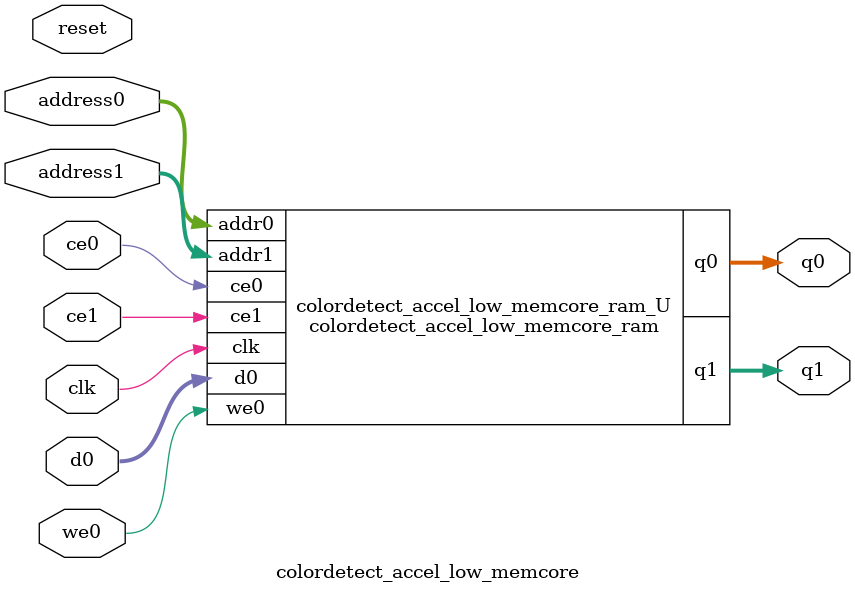
<source format=v>
`timescale 1 ns / 1 ps
module colordetect_accel_low_memcore_ram (addr0, ce0, d0, we0, q0, addr1, ce1, q1,  clk);

parameter DWIDTH = 8;
parameter AWIDTH = 4;
parameter MEM_SIZE = 9;

input[AWIDTH-1:0] addr0;
input ce0;
input[DWIDTH-1:0] d0;
input we0;
output reg[DWIDTH-1:0] q0;
input[AWIDTH-1:0] addr1;
input ce1;
output reg[DWIDTH-1:0] q1;
input clk;

reg [DWIDTH-1:0] ram[0:MEM_SIZE-1];




always @(posedge clk)  
begin 
    if (ce0) begin
        if (we0) 
            ram[addr0] <= d0; 
        q0 <= ram[addr0];
    end
end


always @(posedge clk)  
begin 
    if (ce1) begin
        q1 <= ram[addr1];
    end
end


endmodule

`timescale 1 ns / 1 ps
module colordetect_accel_low_memcore(
    reset,
    clk,
    address0,
    ce0,
    we0,
    d0,
    q0,
    address1,
    ce1,
    q1);

parameter DataWidth = 32'd8;
parameter AddressRange = 32'd9;
parameter AddressWidth = 32'd4;
input reset;
input clk;
input[AddressWidth - 1:0] address0;
input ce0;
input we0;
input[DataWidth - 1:0] d0;
output[DataWidth - 1:0] q0;
input[AddressWidth - 1:0] address1;
input ce1;
output[DataWidth - 1:0] q1;



colordetect_accel_low_memcore_ram colordetect_accel_low_memcore_ram_U(
    .clk( clk ),
    .addr0( address0 ),
    .ce0( ce0 ),
    .we0( we0 ),
    .d0( d0 ),
    .q0( q0 ),
    .addr1( address1 ),
    .ce1( ce1 ),
    .q1( q1 ));

endmodule


</source>
